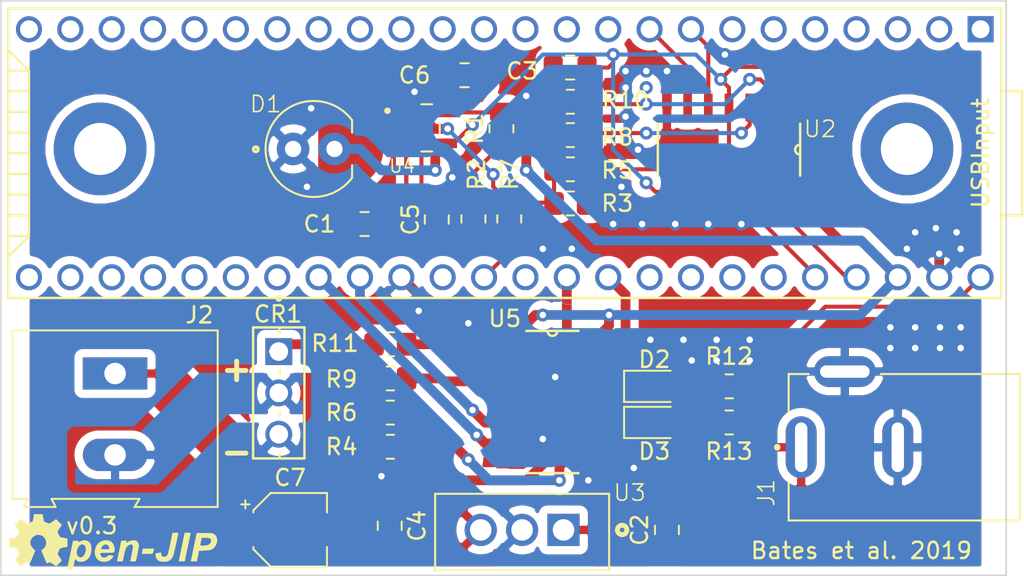
<source format=kicad_pcb>
(kicad_pcb (version 20171130) (host pcbnew "(5.1.8-0-10_14)")
  (layers (0 F.Cu signal) (31 B.Cu signal) (34 B.Paste user) (35 F.Paste user) (36 B.SilkS user) (37 F.SilkS user) (38 B.Mask user) (39 F.Mask user) (44 Edge.Cuts user))
  (net 0 "")
  (net 1 "Net-(C1-Pad2)")
  (net 2 GNDA)
  (net 3 GND)
  (net 4 /Out)
  (net 5 /-IN)
  (net 6 "Net-(C4-Pad2)")
  (net 7 +3V3)
  (net 8 "Net-(C7-Pad2)")
  (net 9 /TrigOut)
  (net 10 "Net-(D2-Pad2)")
  (net 11 "Net-(R3-Pad2)")
  (net 12 "Net-(R4-Pad2)")
  (net 13 "Net-(R5-Pad2)")
  (net 14 "Net-(R6-Pad2)")
  (net 15 FluoroRead)
  (net 16 "Net-(R8-Pad2)")
  (net 17 "Net-(R9-Pad2)")
  (net 18 "Net-(R10-Pad2)")
  (net 19 "Net-(R11-Pad2)")
  (net 20 +5V)
  (net 21 ActinicGain2)
  (net 22 ActinicGain3)
  (net 23 ActinicGain4)
  (net 24 ActinicGain1)
  (net 25 FluoroGain1)
  (net 26 FluoroGain4)
  (net 27 FluoroGain3)
  (net 28 FluoroGain2)
  (net 29 "Net-(U5-Pad17)")
  (net 30 "Net-(U5-Pad18)")
  (net 31 "Net-(U5-Pad19)")
  (net 32 "Net-(U5-Pad20)")
  (net 33 "Net-(U5-Pad16)")
  (net 34 "Net-(U5-Pad15)")
  (net 35 "Net-(U5-Pad14)")
  (net 36 "Net-(U5-Pad21)")
  (net 37 "Net-(U5-Pad22)")
  (net 38 "Net-(U5-Pad23)")
  (net 39 "Net-(U5-Pad24)")
  (net 40 "Net-(U5-Pad30)")
  (net 41 "Net-(U5-Pad31)")
  (net 42 "Net-(U5-Pad36)")
  (net 43 "Net-(U5-Pad13)")
  (net 44 "Net-(U5-Pad12)")
  (net 45 "Net-(U5-Pad11)")
  (net 46 "Net-(U5-Pad6)")
  (net 47 "Net-(U5-Pad5)")
  (net 48 "Net-(U5-Pad4)")
  (net 49 "Net-(U5-Pad3)")
  (net 50 "Net-(U5-Pad2)")
  (net 51 "Net-(U5-Pad1)")
  (net 52 "Net-(U5-Pad40)")
  (net 53 "Net-(U5-Pad42)")
  (net 54 "Net-(U5-Pad45)")
  (net 55 "Net-(U5-Pad46)")
  (net 56 "Net-(U5-Pad47)")
  (net 57 "Net-(U5-Pad48)")
  (net 58 +15V)
  (net 59 "Net-(D3-Pad2)")
  (net 60 "Net-(U5-Pad10)")
  (net 61 "Net-(U5-Pad7)")
  (net 62 "Net-(U5-Pad32)")
  (net 63 "Net-(U5-Pad35)")
  (net 64 "Net-(U5-Pad33)")
  (net 65 "Net-(U5-Pad34)")
  (module Silkscreen_Images:Open-JIP_Logo (layer F.Cu) (at 136.144 106.172)
    (fp_text reference G*** hide)
    (fp_text value LOGO hide)
  )
  (module MountingHole:MountingHole_3.2mm_M3_ISO7380_Pad (layer F.Cu) (at 184.912 82)
    (fp_text reference REF** hide)
    (fp_text value MountingHole_3.2mm_M3_ISO7380_Pad hide)
    (pad 1 thru_hole circle (at 0 0) (size 5.7 5.7) (drill 3.2) (layers *.Cu *.Mask))
  )
  (module Teensy:Teensy35_36 (layer F.Cu) (at 160.225001 82.265001 180)
    (fp_text reference U5 (at 0 -10.16) (layer F.SilkS))
    (fp_text value Teensy3.6)
    (fp_text user USBInput (at -29.21 0 90) (layer F.SilkS))
    (pad 17 thru_hole circle (at 11.43 7.62 180) (size 1.6 1.6) (drill 1.1) (layers *.Cu *.Mask) (net 29 "Net-(U5-Pad17)"))
    (pad 18 thru_hole circle (at 13.97 7.62 180) (size 1.6 1.6) (drill 1.1) (layers *.Cu *.Mask) (net 30 "Net-(U5-Pad18)"))
    (pad 19 thru_hole circle (at 16.51 7.62 180) (size 1.6 1.6) (drill 1.1) (layers *.Cu *.Mask) (net 31 "Net-(U5-Pad19)"))
    (pad 20 thru_hole circle (at 19.05 7.62 180) (size 1.6 1.6) (drill 1.1) (layers *.Cu *.Mask) (net 32 "Net-(U5-Pad20)"))
    (pad 16 thru_hole circle (at 8.89 7.62 180) (size 1.6 1.6) (drill 1.1) (layers *.Cu *.Mask) (net 33 "Net-(U5-Pad16)"))
    (pad 15 thru_hole circle (at 6.35 7.62 180) (size 1.6 1.6) (drill 1.1) (layers *.Cu *.Mask) (net 34 "Net-(U5-Pad15)"))
    (pad 14 thru_hole circle (at 3.81 7.62 180) (size 1.6 1.6) (drill 1.1) (layers *.Cu *.Mask) (net 35 "Net-(U5-Pad14)"))
    (pad 21 thru_hole circle (at 21.59 7.62 180) (size 1.6 1.6) (drill 1.1) (layers *.Cu *.Mask) (net 36 "Net-(U5-Pad21)"))
    (pad 22 thru_hole circle (at 24.13 7.62 180) (size 1.6 1.6) (drill 1.1) (layers *.Cu *.Mask) (net 37 "Net-(U5-Pad22)"))
    (pad 23 thru_hole circle (at 26.67 7.62 180) (size 1.6 1.6) (drill 1.1) (layers *.Cu *.Mask) (net 38 "Net-(U5-Pad23)"))
    (pad 24 thru_hole circle (at 29.21 7.62 180) (size 1.6 1.6) (drill 1.1) (layers *.Cu *.Mask) (net 39 "Net-(U5-Pad24)"))
    (pad 30 thru_hole circle (at 29.21 -7.62 180) (size 1.6 1.6) (drill 1.1) (layers *.Cu *.Mask) (net 40 "Net-(U5-Pad30)"))
    (pad 31 thru_hole circle (at 26.67 -7.62 180) (size 1.6 1.6) (drill 1.1) (layers *.Cu *.Mask) (net 41 "Net-(U5-Pad31)"))
    (pad 32 thru_hole circle (at 24.13 -7.62 180) (size 1.6 1.6) (drill 1.1) (layers *.Cu *.Mask) (net 62 "Net-(U5-Pad32)"))
    (pad 33 thru_hole circle (at 21.59 -7.62 180) (size 1.6 1.6) (drill 1.1) (layers *.Cu *.Mask) (net 64 "Net-(U5-Pad33)"))
    (pad 34 thru_hole circle (at 19.05 -7.62 180) (size 1.6 1.6) (drill 1.1) (layers *.Cu *.Mask) (net 65 "Net-(U5-Pad34)"))
    (pad 35 thru_hole circle (at 16.51 -7.62 180) (size 1.6 1.6) (drill 1.1) (layers *.Cu *.Mask) (net 63 "Net-(U5-Pad35)"))
    (pad 36 thru_hole circle (at 13.97 -7.62 180) (size 1.6 1.6) (drill 1.1) (layers *.Cu *.Mask) (net 42 "Net-(U5-Pad36)"))
    (pad 37 thru_hole circle (at 11.43 -7.62 180) (size 1.6 1.6) (drill 1.1) (layers *.Cu *.Mask) (net 22 ActinicGain3))
    (pad 13 thru_hole circle (at 1.27 7.62 180) (size 1.6 1.6) (drill 1.1) (layers *.Cu *.Mask) (net 43 "Net-(U5-Pad13)"))
    (pad 12 thru_hole circle (at -1.27 7.62 180) (size 1.6 1.6) (drill 1.1) (layers *.Cu *.Mask) (net 44 "Net-(U5-Pad12)"))
    (pad 11 thru_hole circle (at -3.81 7.62 180) (size 1.6 1.6) (drill 1.1) (layers *.Cu *.Mask) (net 45 "Net-(U5-Pad11)"))
    (pad 10 thru_hole circle (at -6.35 7.62 180) (size 1.6 1.6) (drill 1.1) (layers *.Cu *.Mask) (net 60 "Net-(U5-Pad10)"))
    (pad 9 thru_hole circle (at -8.89 7.62 180) (size 1.6 1.6) (drill 1.1) (layers *.Cu *.Mask) (net 27 FluoroGain3))
    (pad 8 thru_hole circle (at -11.43 7.62 180) (size 1.6 1.6) (drill 1.1) (layers *.Cu *.Mask) (net 28 FluoroGain2))
    (pad 7 thru_hole circle (at -13.97 7.62 180) (size 1.6 1.6) (drill 1.1) (layers *.Cu *.Mask) (net 61 "Net-(U5-Pad7)"))
    (pad 6 thru_hole circle (at -16.51 7.62 180) (size 1.6 1.6) (drill 1.1) (layers *.Cu *.Mask) (net 46 "Net-(U5-Pad6)"))
    (pad 5 thru_hole circle (at -19.05 7.62 180) (size 1.6 1.6) (drill 1.1) (layers *.Cu *.Mask) (net 47 "Net-(U5-Pad5)"))
    (pad 4 thru_hole circle (at -21.59 7.62 180) (size 1.6 1.6) (drill 1.1) (layers *.Cu *.Mask) (net 48 "Net-(U5-Pad4)"))
    (pad 3 thru_hole circle (at -24.13 7.62 180) (size 1.6 1.6) (drill 1.1) (layers *.Cu *.Mask) (net 49 "Net-(U5-Pad3)"))
    (pad 2 thru_hole circle (at -26.67 7.62 180) (size 1.6 1.6) (drill 1.1) (layers *.Cu *.Mask) (net 50 "Net-(U5-Pad2)"))
    (pad 1 thru_hole rect (at -29.21 7.62 180) (size 1.6 1.6) (drill 1.1) (layers *.Cu *.Mask) (net 51 "Net-(U5-Pad1)"))
    (pad 38 thru_hole circle (at 8.89 -7.62 180) (size 1.6 1.6) (drill 1.1) (layers *.Cu *.Mask) (net 21 ActinicGain2))
    (pad 39 thru_hole circle (at 6.35 -7.62 180) (size 1.6 1.6) (drill 1.1) (layers *.Cu *.Mask) (net 3 GND))
    (pad 40 thru_hole circle (at 3.81 -7.62 180) (size 1.6 1.6) (drill 1.1) (layers *.Cu *.Mask) (net 52 "Net-(U5-Pad40)"))
    (pad 41 thru_hole circle (at 1.27 -7.62 180) (size 1.6 1.6) (drill 1.1) (layers *.Cu *.Mask) (net 15 FluoroRead))
    (pad 42 thru_hole circle (at -1.27 -7.62 180) (size 1.6 1.6) (drill 1.1) (layers *.Cu *.Mask) (net 53 "Net-(U5-Pad42)"))
    (pad 43 thru_hole circle (at -3.81 -7.62 180) (size 1.6 1.6) (drill 1.1) (layers *.Cu *.Mask) (net 24 ActinicGain1))
    (pad 44 thru_hole circle (at -6.35 -7.62 180) (size 1.6 1.6) (drill 1.1) (layers *.Cu *.Mask) (net 23 ActinicGain4))
    (pad 45 thru_hole circle (at -8.89 -7.62 180) (size 1.6 1.6) (drill 1.1) (layers *.Cu *.Mask) (net 54 "Net-(U5-Pad45)"))
    (pad 46 thru_hole circle (at -11.43 -7.62 180) (size 1.6 1.6) (drill 1.1) (layers *.Cu *.Mask) (net 55 "Net-(U5-Pad46)"))
    (pad 47 thru_hole circle (at -13.97 -7.62 180) (size 1.6 1.6) (drill 1.1) (layers *.Cu *.Mask) (net 56 "Net-(U5-Pad47)"))
    (pad 48 thru_hole circle (at -16.51 -7.62 180) (size 1.6 1.6) (drill 1.1) (layers *.Cu *.Mask) (net 57 "Net-(U5-Pad48)"))
    (pad 49 thru_hole circle (at -19.05 -7.62 180) (size 1.6 1.6) (drill 1.1) (layers *.Cu *.Mask) (net 26 FluoroGain4))
    (pad 50 thru_hole circle (at -21.59 -7.62 180) (size 1.6 1.6) (drill 1.1) (layers *.Cu *.Mask) (net 25 FluoroGain1))
    (pad 51 thru_hole circle (at -24.13 -7.62 180) (size 1.6 1.6) (drill 1.1) (layers *.Cu *.Mask) (net 7 +3V3))
    (pad 52 thru_hole circle (at -26.67 -7.62 180) (size 1.6 1.6) (drill 1.1) (layers *.Cu *.Mask) (net 2 GNDA))
    (pad 53 thru_hole circle (at -29.21 -7.62 180) (size 1.6 1.6) (drill 1.1) (layers *.Cu *.Mask) (net 20 +5V))
  )
  (module MountingHole:MountingHole_3.2mm_M3_ISO7380_Pad (layer F.Cu) (at 135.382 82)
    (fp_text reference REF** hide)
    (fp_text value MountingHole_3.2mm_M3_ISO7380_Pad hide)
    (pad 1 thru_hole circle (at 0 0) (size 5.7 5.7) (drill 3.2) (layers *.Cu *.Mask))
  )
  (module Additional-parts:DCJack_MPD_EJ503A (layer F.Cu) (at 181.102 100.33 90)
    (fp_text reference J1 (at -2.794 -4.826 90) (layer F.SilkS) (effects (font (thickness 0.1))))
    (fp_text value EJ503A)
    (pad 1 thru_hole oval (at 0 -2.68 90) (size 3.8 1.9) (drill oval 3.05 0.76) (layers *.Cu *.Mask) (net 58 +15V))
    (pad 2 thru_hole oval (at 0 3.25 90) (size 3.8 1.9) (drill oval 3.05 0.76) (layers *.Cu *.Mask) (net 3 GND))
    (pad 3 thru_hole oval (at 4.65 0 90) (size 1.9 3.8) (drill oval 0.76 3.05) (layers *.Cu *.Mask) (net 3 GND))
  )
  (module Resistor_SMD:R_0805_2012Metric_Pad1.20x1.40mm_HandSolder (layer F.Cu) (at 174.006 98.806 180)
    (fp_text reference R13 (at 0.016 -1.778) (layer F.SilkS))
    (fp_text value 15K)
    (pad 2 smd roundrect (at 1 0 180) (size 1.2 1.4) (layers F.Cu F.Paste F.Mask) (roundrect_rratio 0.2083325) (net 59 "Net-(D3-Pad2)"))
    (pad 1 smd roundrect (at -1 0 180) (size 1.2 1.4) (layers F.Cu F.Paste F.Mask) (roundrect_rratio 0.2083325) (net 58 +15V))
  )
  (module LED_SMD:LED_0805_2012Metric_Pad1.15x1.40mm_HandSolder (layer F.Cu) (at 169.409 98.806)
    (fp_text reference D3 (at 0 1.778) (layer F.SilkS))
    (fp_text value LED)
    (pad 2 smd roundrect (at 1.025 0) (size 1.15 1.4) (layers F.Cu F.Paste F.Mask) (roundrect_rratio 0.2173904347826087) (net 59 "Net-(D3-Pad2)"))
    (pad 1 smd roundrect (at -1.025 0) (size 1.15 1.4) (layers F.Cu F.Paste F.Mask) (roundrect_rratio 0.2173904347826087) (net 3 GND))
  )
  (module Capacitor_SMD:C_0805_2012Metric_Pad1.18x1.45mm_HandSolder (layer F.Cu) (at 151.6165 86.614)
    (fp_text reference C1 (at -2.7725 0) (layer F.SilkS))
    (fp_text value 100nF)
    (pad 2 smd roundrect (at 1.0375 0) (size 1.175 1.45) (layers F.Cu F.Paste F.Mask) (roundrect_rratio 0.2127659574468085) (net 1 "Net-(C1-Pad2)"))
    (pad 1 smd roundrect (at -1.0375 0) (size 1.175 1.45) (layers F.Cu F.Paste F.Mask) (roundrect_rratio 0.2127659574468085) (net 2 GNDA))
  )
  (module Capacitor_SMD:C_0805_2012Metric_Pad1.18x1.45mm_HandSolder (layer F.Cu) (at 170.18 105.41 90)
    (fp_text reference C2 (at 0 -1.68 90) (layer F.SilkS))
    (fp_text value 330nF)
    (pad 1 smd roundrect (at -1.0375 0 90) (size 1.175 1.45) (layers F.Cu F.Paste F.Mask) (roundrect_rratio 0.2127659574468085) (net 3 GND))
    (pad 2 smd roundrect (at 1.0375 0 90) (size 1.175 1.45) (layers F.Cu F.Paste F.Mask) (roundrect_rratio 0.2127659574468085) (net 58 +15V))
  )
  (module Capacitor_SMD:C_0805_2012Metric_Pad1.18x1.45mm_HandSolder (layer F.Cu) (at 164.2375 77)
    (fp_text reference C3 (at -2.9475 0.216) (layer F.SilkS))
    (fp_text value 1pF)
    (pad 1 smd roundrect (at -1.0375 0) (size 1.175 1.45) (layers F.Cu F.Paste F.Mask) (roundrect_rratio 0.2127659574468085) (net 4 /Out))
    (pad 2 smd roundrect (at 1.0375 0) (size 1.175 1.45) (layers F.Cu F.Paste F.Mask) (roundrect_rratio 0.2127659574468085) (net 5 /-IN))
  )
  (module Capacitor_SMD:C_0805_2012Metric_Pad1.18x1.45mm_HandSolder (layer F.Cu) (at 153.162 105.156 270)
    (fp_text reference C4 (at 0 -1.68 90) (layer F.SilkS))
    (fp_text value 100nF)
    (pad 2 smd roundrect (at 1.0375 0 270) (size 1.175 1.45) (layers F.Cu F.Paste F.Mask) (roundrect_rratio 0.2127659574468085) (net 6 "Net-(C4-Pad2)"))
    (pad 1 smd roundrect (at -1.0375 0 270) (size 1.175 1.45) (layers F.Cu F.Paste F.Mask) (roundrect_rratio 0.2127659574468085) (net 3 GND))
  )
  (module Capacitor_SMD:C_0805_2012Metric_Pad1.18x1.45mm_HandSolder (layer F.Cu) (at 156.05 86.3375 90)
    (fp_text reference C5 (at 0 -1.618 90) (layer F.SilkS))
    (fp_text value 100nF)
    (pad 2 smd roundrect (at 1.0375 0 90) (size 1.175 1.45) (layers F.Cu F.Paste F.Mask) (roundrect_rratio 0.2127659574468085) (net 2 GNDA))
    (pad 1 smd roundrect (at -1.0375 0 90) (size 1.175 1.45) (layers F.Cu F.Paste F.Mask) (roundrect_rratio 0.2127659574468085) (net 2 GNDA))
  )
  (module Capacitor_SMD:C_0805_2012Metric_Pad1.18x1.45mm_HandSolder (layer F.Cu) (at 157.7555 77.47 180)
    (fp_text reference C6 (at 3.0695 0) (layer F.SilkS))
    (fp_text value 100nF)
    (pad 1 smd roundrect (at -1.0375 0 180) (size 1.175 1.45) (layers F.Cu F.Paste F.Mask) (roundrect_rratio 0.2127659574468085) (net 2 GNDA))
    (pad 2 smd roundrect (at 1.0375 0 180) (size 1.175 1.45) (layers F.Cu F.Paste F.Mask) (roundrect_rratio 0.2127659574468085) (net 7 +3V3))
  )
  (module Capacitor_SMD:CP_Elec_4x5.4 (layer F.Cu) (at 147.05 105.4)
    (fp_text reference C7 (at 0 -3.2) (layer F.SilkS))
    (fp_text value 1uF)
    (pad 1 smd roundrect (at -1.8 0) (size 2.6 1.6) (layers F.Cu F.Paste F.Mask) (roundrect_rratio 0.15625) (net 6 "Net-(C4-Pad2)"))
    (pad 2 smd roundrect (at 1.8 0) (size 2.6 1.6) (layers F.Cu F.Paste F.Mask) (roundrect_rratio 0.15625) (net 8 "Net-(C7-Pad2)"))
  )
  (module Additional-parts:BD681 (layer F.Cu) (at 146.35 94.45 270)
    (fp_text reference CR1 (at -2.3 0.05) (layer F.SilkS))
    (fp_text value BD681 hide)
    (fp_text user * (at 0 0 90) (layer F.SilkS))
    (pad 1 thru_hole rect (at 0 0 270) (size 1.651 1.651) (drill 1.143) (layers *.Cu *.Mask) (net 9 /TrigOut))
    (pad 2 thru_hole circle (at 2.54 0 270) (size 1.651 1.651) (drill 1.143) (layers *.Cu *.Mask) (net 8 "Net-(C7-Pad2)"))
    (pad 3 thru_hole circle (at 5.08 0 270) (size 1.651 1.651) (drill 1.143) (layers *.Cu *.Mask) (net 3 GND))
  )
  (module Additional-parts:SFH_213_FA (layer F.Cu) (at 148.5 82)
    (fp_text reference D1 (at -2.958 -2.752) (layer F.SilkS) (effects (font (thickness 0.1))))
    (fp_text value SFH_213_FA)
    (fp_poly (pts (xy 0.27 -0.06) (xy 0.27 -1.79) (xy 0.325072 -1.838669) (xy 0.369937 -1.876115) (xy 0.415724 -1.912427) (xy 0.462405 -1.947583) (xy 0.509951 -1.981559) (xy 0.558332 -2.014336) (xy 0.607517 -2.045893) (xy 0.657477 -2.076209) (xy 0.708179 -2.105266) (xy 0.759592 -2.133046) (xy 0.811684 -2.159531) (xy 0.864422 -2.184704) (xy 0.917774 -2.208551) (xy 0.971705 -2.231055) (xy 1.026182 -2.252204) (xy 1.081171 -2.271983) (xy 1.136638 -2.290381) (xy 1.192548 -2.307385) (xy 1.248865 -2.322986) (xy 1.305555 -2.337173) (xy 1.362582 -2.349937) (xy 1.419911 -2.361271) (xy 1.477505 -2.371168) (xy 1.535329 -2.37962) (xy 1.593346 -2.386624) (xy 1.65152 -2.392174) (xy 1.709815 -2.396268) (xy 1.768193 -2.398902) (xy 1.82662 -2.400075) (xy 1.87 -2.4) (xy 1.895 -2.4) (xy 2.027992 -2.394465) (xy 2.152129 -2.382621) (xy 2.275487 -2.364368) (xy 2.397735 -2.339756) (xy 2.518545 -2.308849) (xy 2.637594 -2.271732) (xy 2.754563 -2.228503) (xy 2.869137 -2.179278) (xy 2.98101 -2.124189) (xy 3.089882 -2.063384) (xy 3.195461 -1.997026) (xy 3.297464 -1.925292) (xy 3.395618 -1.848376) (xy 3.48966 -1.766483) (xy 3.579337 -1.679832) (xy 3.66441 -1.588656) (xy 3.744649 -1.493199) (xy 3.819841 -1.393718) (xy 3.889783 -1.290478) (xy 3.954289 -1.183757) (xy 4.013184 -1.073841) (xy 4.066312 -0.961023) (xy 4.11353 -0.845607) (xy 4.154711 -0.727902) (xy 4.189746 -0.608224) (xy 4.218539 -0.486892) (xy 4.241014 -0.364233) (xy 4.257111 -0.240576) (xy 4.266787 -0.11625) (xy 4.27 0) (xy 4.266787 0.11625) (xy 4.257111 0.240576) (xy 4.241014 0.364233) (xy 4.218539 0.486892) (xy 4.189746 0.608224) (xy 4.154711 0.727902) (xy 4.11353 0.845607) (xy 4.066312 0.961023) (xy 4.013184 1.073841) (xy 3.954289 1.183757) (xy 3.889783 1.290478) (xy 3.819841 1.393718) (xy 3.744649 1.493199) (xy 3.66441 1.588656) (xy 3.579337 1.679832) (xy 3.48966 1.766483) (xy 3.395618 1.848376) (xy 3.297464 1.925292) (xy 3.195461 1.997026) (xy 3.089882 2.063384) (xy 2.98101 2.124189) (xy 2.869137 2.179278) (xy 2.754563 2.228503) (xy 2.637594 2.271732) (xy 2.518545 2.308849) (xy 2.397735 2.339756) (xy 2.275487 2.364368) (xy 2.152129 2.382621) (xy 2.027992 2.394465) (xy 1.895 2.4) (xy 1.795 2.4) (xy 1.87 2.4) (xy 1.82662 2.400075) (xy 1.768193 2.398902) (xy 1.709815 2.396268) (xy 1.65152 2.392174) (xy 1.593346 2.386624) (xy 1.535329 2.37962) (xy 1.477505 2.371168) (xy 1.419911 2.361271) (xy 1.362582 2.349937) (xy 1.305555 2.337173) (xy 1.248865 2.322986) (xy 1.192548 2.307385) (xy 1.136638 2.290381) (xy 1.081171 2.271983) (xy 1.026182 2.252204) (xy 0.971705 2.231055) (xy 0.917774 2.208551) (xy 0.864422 2.184704) (xy 0.811684 2.159531) (xy 0.759592 2.133046) (xy 0.708179 2.105266) (xy 0.657477 2.076209) (xy 0.607517 2.045893) (xy 0.558332 2.014336) (xy 0.509951 1.981559) (xy 0.462405 1.947583) (xy 0.415724 1.912427) (xy 0.369937 1.876115) (xy 0.325072 1.838669) (xy 0.27 1.79) (xy 0.27 -0.06)) (layer F.Cu) (width 0.001))
    (pad 1 thru_hole circle (at -1.27 0) (size 2 2) (drill 1) (layers *.Cu) (net 2 GNDA))
    (pad 2 thru_hole circle (at 1.27 0) (size 2 2) (drill 1) (layers *.Cu) (net 5 /-IN))
  )
  (module LED_SMD:LED_0805_2012Metric_Pad1.15x1.40mm_HandSolder (layer F.Cu) (at 169.409 96.586)
    (fp_text reference D2 (at 0 -1.65) (layer F.SilkS))
    (fp_text value LED)
    (pad 1 smd roundrect (at -1.025 0) (size 1.15 1.4) (layers F.Cu F.Paste F.Mask) (roundrect_rratio 0.2173904347826087) (net 3 GND))
    (pad 2 smd roundrect (at 1.025 0) (size 1.15 1.4) (layers F.Cu F.Paste F.Mask) (roundrect_rratio 0.2173904347826087) (net 10 "Net-(D2-Pad2)"))
  )
  (module TerminalBlock:TerminalBlock_Altech_AK300-2_P5.00mm (layer F.Cu) (at 136.3 95.8 270)
    (fp_text reference J2 (at -3.598 -5.178) (layer F.SilkS))
    (fp_text value Screw_Terminal_01x02 hide)
    (pad 1 thru_hole rect (at 0 0 270) (size 1.98 3.96) (drill 1.32) (layers *.Cu *.Mask) (net 6 "Net-(C4-Pad2)"))
    (pad 2 thru_hole oval (at 5 0 270) (size 1.98 3.96) (drill 1.32) (layers *.Cu *.Mask) (net 8 "Net-(C7-Pad2)"))
  )
  (module Resistor_SMD:R_0805_2012Metric_Pad1.20x1.40mm_HandSolder (layer F.Cu) (at 160.02 80.756 90)
    (fp_text reference R1 (at 0 -1.65 90) (layer F.SilkS))
    (fp_text value 20K)
    (pad 1 smd roundrect (at -1 0 90) (size 1.2 1.4) (layers F.Cu F.Paste F.Mask) (roundrect_rratio 0.2083325) (net 1 "Net-(C1-Pad2)"))
    (pad 2 smd roundrect (at 1 0 90) (size 1.2 1.4) (layers F.Cu F.Paste F.Mask) (roundrect_rratio 0.2083325) (net 7 +3V3))
  )
  (module Resistor_SMD:R_0805_2012Metric_Pad1.20x1.40mm_HandSolder (layer F.Cu) (at 158.3 86.3 90)
    (fp_text reference R2 (at 2.734 0.196 90) (layer F.SilkS))
    (fp_text value 5)
    (pad 2 smd roundrect (at 1 0 90) (size 1.2 1.4) (layers F.Cu F.Paste F.Mask) (roundrect_rratio 0.2083325) (net 1 "Net-(C1-Pad2)"))
    (pad 1 smd roundrect (at -1 0 90) (size 1.2 1.4) (layers F.Cu F.Paste F.Mask) (roundrect_rratio 0.2083325) (net 2 GNDA))
  )
  (module Resistor_SMD:R_0805_2012Metric_Pad1.20x1.40mm_HandSolder (layer F.Cu) (at 164.25 85.35)
    (fp_text reference R3 (at 2.882 -0.006) (layer F.SilkS))
    (fp_text value 3.9M)
    (pad 1 smd roundrect (at -1 0) (size 1.2 1.4) (layers F.Cu F.Paste F.Mask) (roundrect_rratio 0.2083325) (net 4 /Out))
    (pad 2 smd roundrect (at 1 0) (size 1.2 1.4) (layers F.Cu F.Paste F.Mask) (roundrect_rratio 0.2083325) (net 11 "Net-(R3-Pad2)"))
  )
  (module Resistor_SMD:R_0805_2012Metric_Pad1.20x1.40mm_HandSolder (layer F.Cu) (at 153.2 100.3)
    (fp_text reference R4 (at -3 0) (layer F.SilkS))
    (fp_text value 8.2K)
    (pad 2 smd roundrect (at 1 0) (size 1.2 1.4) (layers F.Cu F.Paste F.Mask) (roundrect_rratio 0.2083325) (net 12 "Net-(R4-Pad2)"))
    (pad 1 smd roundrect (at -1 0) (size 1.2 1.4) (layers F.Cu F.Paste F.Mask) (roundrect_rratio 0.2083325) (net 9 /TrigOut))
  )
  (module Resistor_SMD:R_0805_2012Metric_Pad1.20x1.40mm_HandSolder (layer F.Cu) (at 164.25 83.25)
    (fp_text reference R5 (at 2.882 0.062) (layer F.SilkS))
    (fp_text value 3.3M)
    (pad 2 smd roundrect (at 1 0) (size 1.2 1.4) (layers F.Cu F.Paste F.Mask) (roundrect_rratio 0.2083325) (net 13 "Net-(R5-Pad2)"))
    (pad 1 smd roundrect (at -1 0) (size 1.2 1.4) (layers F.Cu F.Paste F.Mask) (roundrect_rratio 0.2083325) (net 4 /Out))
  )
  (module Resistor_SMD:R_0805_2012Metric_Pad1.20x1.40mm_HandSolder (layer F.Cu) (at 153.2 98.2)
    (fp_text reference R6 (at -3 0) (layer F.SilkS))
    (fp_text value 6.8K)
    (pad 1 smd roundrect (at -1 0) (size 1.2 1.4) (layers F.Cu F.Paste F.Mask) (roundrect_rratio 0.2083325) (net 9 /TrigOut))
    (pad 2 smd roundrect (at 1 0) (size 1.2 1.4) (layers F.Cu F.Paste F.Mask) (roundrect_rratio 0.2083325) (net 14 "Net-(R6-Pad2)"))
  )
  (module Resistor_SMD:R_0805_2012Metric_Pad1.20x1.40mm_HandSolder (layer F.Cu) (at 160.5 86.3 90)
    (fp_text reference R7 (at 2.734 0.028 90) (layer F.SilkS))
    (fp_text value 47)
    (pad 1 smd roundrect (at -1 0 90) (size 1.2 1.4) (layers F.Cu F.Paste F.Mask) (roundrect_rratio 0.2083325) (net 15 FluoroRead))
    (pad 2 smd roundrect (at 1 0 90) (size 1.2 1.4) (layers F.Cu F.Paste F.Mask) (roundrect_rratio 0.2083325) (net 4 /Out))
  )
  (module Resistor_SMD:R_0805_2012Metric_Pad1.20x1.40mm_HandSolder (layer F.Cu) (at 164.25 81.15)
    (fp_text reference R8 (at 2.882 0.13) (layer F.SilkS))
    (fp_text value 2.3M)
    (pad 1 smd roundrect (at -1 0) (size 1.2 1.4) (layers F.Cu F.Paste F.Mask) (roundrect_rratio 0.2083325) (net 4 /Out))
    (pad 2 smd roundrect (at 1 0) (size 1.2 1.4) (layers F.Cu F.Paste F.Mask) (roundrect_rratio 0.2083325) (net 16 "Net-(R8-Pad2)"))
  )
  (module Resistor_SMD:R_0805_2012Metric_Pad1.20x1.40mm_HandSolder (layer F.Cu) (at 153.2 96.1)
    (fp_text reference R9 (at -3 0.05) (layer F.SilkS))
    (fp_text value 5.1K)
    (pad 1 smd roundrect (at -1 0) (size 1.2 1.4) (layers F.Cu F.Paste F.Mask) (roundrect_rratio 0.2083325) (net 9 /TrigOut))
    (pad 2 smd roundrect (at 1 0) (size 1.2 1.4) (layers F.Cu F.Paste F.Mask) (roundrect_rratio 0.2083325) (net 17 "Net-(R9-Pad2)"))
  )
  (module Resistor_SMD:R_0805_2012Metric_Pad1.20x1.40mm_HandSolder (layer F.Cu) (at 164.25 79.1)
    (fp_text reference R10 (at 3.39 -0.106) (layer F.SilkS))
    (fp_text value 1M)
    (pad 2 smd roundrect (at 1 0) (size 1.2 1.4) (layers F.Cu F.Paste F.Mask) (roundrect_rratio 0.2083325) (net 18 "Net-(R10-Pad2)"))
    (pad 1 smd roundrect (at -1 0) (size 1.2 1.4) (layers F.Cu F.Paste F.Mask) (roundrect_rratio 0.2083325) (net 4 /Out))
  )
  (module Resistor_SMD:R_0805_2012Metric_Pad1.20x1.40mm_HandSolder (layer F.Cu) (at 153.2 94)
    (fp_text reference R11 (at -3.4 -0.05) (layer F.SilkS))
    (fp_text value 4.3K)
    (pad 2 smd roundrect (at 1 0) (size 1.2 1.4) (layers F.Cu F.Paste F.Mask) (roundrect_rratio 0.2083325) (net 19 "Net-(R11-Pad2)"))
    (pad 1 smd roundrect (at -1 0) (size 1.2 1.4) (layers F.Cu F.Paste F.Mask) (roundrect_rratio 0.2083325) (net 9 /TrigOut))
  )
  (module Resistor_SMD:R_0805_2012Metric_Pad1.20x1.40mm_HandSolder (layer F.Cu) (at 174.006 96.586 180)
    (fp_text reference R12 (at 0.016 1.844) (layer F.SilkS))
    (fp_text value 1K)
    (pad 2 smd roundrect (at 1 0 180) (size 1.2 1.4) (layers F.Cu F.Paste F.Mask) (roundrect_rratio 0.2083325) (net 10 "Net-(D2-Pad2)"))
    (pad 1 smd roundrect (at -1 0 180) (size 1.2 1.4) (layers F.Cu F.Paste F.Mask) (roundrect_rratio 0.2083325) (net 20 +5V))
  )
  (module Additional-parts:SOIC127P600X175-14N (layer F.Cu) (at 163.15 97.55)
    (fp_text reference U1 (at 1.754745 -6.764665) (layer F.SilkS) (effects (font (size 1.642008 1.642008) (thickness 0.015))))
    (fp_text value 74HC4066D,653 hide)
    (pad 1 smd rect (at -2.5908 -3.81) (size 1.7018 0.5334) (layers F.Cu F.Paste F.Mask) (net 7 +3V3))
    (pad 2 smd rect (at -2.5908 -2.54) (size 1.7018 0.5334) (layers F.Cu F.Paste F.Mask) (net 19 "Net-(R11-Pad2)"))
    (pad 3 smd rect (at -2.5908 -1.27) (size 1.7018 0.5334) (layers F.Cu F.Paste F.Mask) (net 17 "Net-(R9-Pad2)"))
    (pad 4 smd rect (at -2.5908 0) (size 1.7018 0.5334) (layers F.Cu F.Paste F.Mask) (net 7 +3V3))
    (pad 5 smd rect (at -2.5908 1.27) (size 1.7018 0.5334) (layers F.Cu F.Paste F.Mask) (net 21 ActinicGain2))
    (pad 6 smd rect (at -2.5908 2.54) (size 1.7018 0.5334) (layers F.Cu F.Paste F.Mask) (net 22 ActinicGain3))
    (pad 7 smd rect (at -2.5908 3.81) (size 1.7018 0.5334) (layers F.Cu F.Paste F.Mask) (net 3 GND))
    (pad 8 smd rect (at 2.5908 3.81) (size 1.7018 0.5334) (layers F.Cu F.Paste F.Mask) (net 7 +3V3))
    (pad 9 smd rect (at 2.5908 2.54) (size 1.7018 0.5334) (layers F.Cu F.Paste F.Mask) (net 14 "Net-(R6-Pad2)"))
    (pad 10 smd rect (at 2.5908 1.27) (size 1.7018 0.5334) (layers F.Cu F.Paste F.Mask) (net 12 "Net-(R4-Pad2)"))
    (pad 11 smd rect (at 2.5908 0) (size 1.7018 0.5334) (layers F.Cu F.Paste F.Mask) (net 7 +3V3))
    (pad 12 smd rect (at 2.5908 -1.27) (size 1.7018 0.5334) (layers F.Cu F.Paste F.Mask) (net 23 ActinicGain4))
    (pad 13 smd rect (at 2.5908 -2.54) (size 1.7018 0.5334) (layers F.Cu F.Paste F.Mask) (net 24 ActinicGain1))
    (pad 14 smd rect (at 2.5908 -3.81) (size 1.7018 0.5334) (layers F.Cu F.Paste F.Mask) (net 7 +3V3))
  )
  (module Additional-parts:SOIC127P600X175-14N (layer F.Cu) (at 173.99 82.042 270)
    (fp_text reference U2 (at -1.27 -5.588 180) (layer F.SilkS) (effects (font (thickness 0.1))))
    (fp_text value 74HC4066D,653 hide)
    (pad 14 smd rect (at 2.5908 -3.81 270) (size 1.7018 0.5334) (layers F.Cu F.Paste F.Mask) (net 7 +3V3))
    (pad 13 smd rect (at 2.5908 -2.54 270) (size 1.7018 0.5334) (layers F.Cu F.Paste F.Mask) (net 25 FluoroGain1))
    (pad 12 smd rect (at 2.5908 -1.27 270) (size 1.7018 0.5334) (layers F.Cu F.Paste F.Mask) (net 26 FluoroGain4))
    (pad 11 smd rect (at 2.5908 0 270) (size 1.7018 0.5334) (layers F.Cu F.Paste F.Mask) (net 5 /-IN))
    (pad 10 smd rect (at 2.5908 1.27 270) (size 1.7018 0.5334) (layers F.Cu F.Paste F.Mask) (net 11 "Net-(R3-Pad2)"))
    (pad 9 smd rect (at 2.5908 2.54 270) (size 1.7018 0.5334) (layers F.Cu F.Paste F.Mask) (net 13 "Net-(R5-Pad2)"))
    (pad 8 smd rect (at 2.5908 3.81 270) (size 1.7018 0.5334) (layers F.Cu F.Paste F.Mask) (net 5 /-IN))
    (pad 7 smd rect (at -2.5908 3.81 270) (size 1.7018 0.5334) (layers F.Cu F.Paste F.Mask) (net 2 GNDA))
    (pad 6 smd rect (at -2.5908 2.54 270) (size 1.7018 0.5334) (layers F.Cu F.Paste F.Mask) (net 27 FluoroGain3))
    (pad 5 smd rect (at -2.5908 1.27 270) (size 1.7018 0.5334) (layers F.Cu F.Paste F.Mask) (net 28 FluoroGain2))
    (pad 4 smd rect (at -2.5908 0 270) (size 1.7018 0.5334) (layers F.Cu F.Paste F.Mask) (net 5 /-IN))
    (pad 3 smd rect (at -2.5908 -1.27 270) (size 1.7018 0.5334) (layers F.Cu F.Paste F.Mask) (net 16 "Net-(R8-Pad2)"))
    (pad 2 smd rect (at -2.5908 -2.54 270) (size 1.7018 0.5334) (layers F.Cu F.Paste F.Mask) (net 18 "Net-(R10-Pad2)"))
    (pad 1 smd rect (at -2.5908 -3.81 270) (size 1.7018 0.5334) (layers F.Cu F.Paste F.Mask) (net 5 /-IN))
  )
  (module TO253P1067X470X2040-3 (layer F.Cu) (at 163.83 105.41 180)
    (fp_text reference U3 (at -4.064 2.286) (layer F.SilkS) (effects (font (size 1.000094 1.000094) (thickness 0.1))))
    (fp_text value KA7812ETU hide)
    (pad 1 thru_hole rect (at 0 0 180) (size 1.98 1.98) (drill 1.32) (layers *.Cu *.Mask) (net 58 +15V))
    (pad 2 thru_hole circle (at 2.54 0 180) (size 1.98 1.98) (drill 1.32) (layers *.Cu *.Mask) (net 3 GND))
    (pad 3 thru_hole circle (at 5.08 0 180) (size 1.98 1.98) (drill 1.32) (layers *.Cu *.Mask) (net 6 "Net-(C4-Pad2)"))
  )
  (module Additional-parts:SOT95P280X145-5N (layer F.Cu) (at 155.433 80.706)
    (fp_text reference U4 (at -1.509 2.352) (layer F.SilkS) (effects (font (size 0.8 0.8) (thickness 0.1))))
    (fp_text value OPA320AIDBVT)
    (pad 1 smd rect (at -1.255 -0.95) (size 1.21 0.59) (layers F.Cu F.Paste F.Mask) (net 4 /Out))
    (pad 2 smd rect (at -1.255 0) (size 1.21 0.59) (layers F.Cu F.Paste F.Mask) (net 2 GNDA))
    (pad 3 smd rect (at -1.255 0.95) (size 1.21 0.59) (layers F.Cu F.Paste F.Mask) (net 1 "Net-(C1-Pad2)"))
    (pad 4 smd rect (at 1.255 0.95) (size 1.21 0.59) (layers F.Cu F.Paste F.Mask) (net 5 /-IN))
    (pad 5 smd rect (at 1.255 -0.95) (size 1.21 0.59) (layers F.Cu F.Paste F.Mask) (net 7 +3V3))
  )
  (gr_text v0.3 (at 134.874 105.156) (layer F.SilkS) (effects (font (size 1 1))))
  (gr_text "Bates et al. 2019" (at 182.118 106.68) (layer F.SilkS) (effects (font (size 1 1))))
  (gr_text - (at 143.764 100.584) (layer F.SilkS) (effects (font (size 1.5 1.5) (thickness 0.3))))
  (gr_text + (at 143.764 95.504) (layer F.SilkS) (effects (font (size 1.5 1.5) (thickness 0.3))))
  (gr_line (start 191.008 72.898) (end 129.286 72.898) (layer Edge.Cuts) (width 0.1))
  (gr_line (start 191.008 108.204) (end 191.008 72.898) (layer Edge.Cuts) (width 0.1))
  (gr_line (start 129.286 108.204) (end 191.008 108.204) (layer Edge.Cuts) (width 0.1))
  (gr_line (start 129.286 72.898) (end 129.286 108.204) (layer Edge.Cuts) (width 0.1))
  (via (at 168.91 78.232) (size 0.8) (drill 0.4) (layers F.Cu B.Cu) (net 0))
  (segment (start 154.178 85.09) (end 152.654 86.614) (width 0.25) (layer F.Cu) (net 1))
  (segment (start 154.178 81.656) (end 154.178 85.09) (width 0.25) (layer F.Cu) (net 1))
  (segment (start 158.3 83.476) (end 160.02 81.756) (width 0.25) (layer F.Cu) (net 1))
  (segment (start 158.3 85.3) (end 158.3 83.476) (width 0.25) (layer F.Cu) (net 1))
  (segment (start 154.178 85.05369) (end 155.48431 86.36) (width 0.25) (layer F.Cu) (net 1))
  (segment (start 154.178 81.656) (end 154.178 85.05369) (width 0.25) (layer F.Cu) (net 1))
  (segment (start 157.24 86.36) (end 158.3 85.3) (width 0.25) (layer F.Cu) (net 1))
  (segment (start 155.48431 86.36) (end 157.24 86.36) (width 0.25) (layer F.Cu) (net 1))
  (via (at 170.18 77.216) (size 0.8) (drill 0.4) (layers F.Cu B.Cu) (net 2))
  (segment (start 170.18 79.4512) (end 170.18 77.216) (width 0.6) (layer F.Cu) (net 2))
  (segment (start 186.895001 89.885001) (end 186.895001 88.440999) (width 0.6) (layer F.Cu) (net 2))
  (segment (start 186.895001 88.440999) (end 186.895001 88.440999) (width 0.6) (layer F.Cu) (net 2))
  (via (at 186.895001 88.440999) (size 0.8) (drill 0.4) (layers F.Cu B.Cu) (net 2))
  (via (at 167.386 84.328) (size 0.8) (drill 0.4) (layers F.Cu B.Cu) (net 2))
  (via (at 166.878 86.614) (size 0.8) (drill 0.4) (layers F.Cu B.Cu) (net 2))
  (via (at 168.656 86.614) (size 0.8) (drill 0.4) (layers F.Cu B.Cu) (net 2))
  (via (at 170.688 86.614) (size 0.8) (drill 0.4) (layers F.Cu B.Cu) (net 2))
  (via (at 172.72 86.614) (size 0.8) (drill 0.4) (layers F.Cu B.Cu) (net 2))
  (via (at 174.752 86.614) (size 0.8) (drill 0.4) (layers F.Cu B.Cu) (net 2))
  (via (at 162.56 88.138) (size 0.8) (drill 0.4) (layers F.Cu B.Cu) (net 2))
  (via (at 164.338 88.138) (size 0.8) (drill 0.4) (layers F.Cu B.Cu) (net 2))
  (via (at 157 83.75) (size 0.8) (drill 0.4) (layers F.Cu B.Cu) (net 2))
  (via (at 148.082 84.328) (size 0.8) (drill 0.4) (layers F.Cu B.Cu) (net 2))
  (via (at 148.336 79.502) (size 0.8) (drill 0.4) (layers F.Cu B.Cu) (net 2))
  (via (at 154.686 78.486) (size 0.8) (drill 0.4) (layers F.Cu B.Cu) (net 2))
  (via (at 161.544 78.74) (size 0.8) (drill 0.4) (layers F.Cu B.Cu) (net 2))
  (via (at 167.64 77.216) (size 0.8) (drill 0.4) (layers F.Cu B.Cu) (net 2))
  (via (at 168.91 77.216) (size 0.8) (drill 0.4) (layers F.Cu B.Cu) (net 2))
  (via (at 167.64 78.232) (size 0.8) (drill 0.4) (layers F.Cu B.Cu) (net 2))
  (via (at 167.64 80.01) (size 0.8) (drill 0.4) (layers F.Cu B.Cu) (net 2))
  (via (at 168.402 82.042) (size 0.8) (drill 0.4) (layers F.Cu B.Cu) (net 2))
  (via (at 173.736 76.2) (size 0.8) (drill 0.4) (layers F.Cu B.Cu) (net 2))
  (via (at 184.912 88.138) (size 0.8) (drill 0.4) (layers F.Cu B.Cu) (net 2))
  (via (at 185.42 87.122) (size 0.8) (drill 0.4) (layers F.Cu B.Cu) (net 2))
  (via (at 186.69 86.868) (size 0.8) (drill 0.4) (layers F.Cu B.Cu) (net 2))
  (via (at 187.96 87.122) (size 0.8) (drill 0.4) (layers F.Cu B.Cu) (net 2))
  (via (at 188.214 88.138) (size 0.8) (drill 0.4) (layers F.Cu B.Cu) (net 2))
  (segment (start 155.108001 81.100999) (end 154.713002 80.706) (width 0.25) (layer F.Cu) (net 2))
  (segment (start 154.713002 80.706) (end 154.178 80.706) (width 0.25) (layer F.Cu) (net 2))
  (segment (start 155.108001 84.358001) (end 155.108001 81.100999) (width 0.25) (layer F.Cu) (net 2))
  (segment (start 156.05 85.3) (end 155.108001 84.358001) (width 0.25) (layer F.Cu) (net 2))
  (segment (start 156.05 84.7) (end 157 83.75) (width 0.25) (layer F.Cu) (net 2))
  (segment (start 156.05 85.3) (end 156.05 84.7) (width 0.25) (layer F.Cu) (net 2))
  (via (at 162.56 99.822) (size 0.8) (drill 0.4) (layers F.Cu B.Cu) (net 3))
  (segment (start 162.56 100.106802) (end 162.56 99.822) (width 0.6) (layer F.Cu) (net 3))
  (segment (start 161.306802 101.36) (end 162.56 100.106802) (width 0.6) (layer F.Cu) (net 3))
  (segment (start 160.5592 101.36) (end 161.306802 101.36) (width 0.6) (layer F.Cu) (net 3))
  (segment (start 153.875001 89.885001) (end 154.94 90.95) (width 0.6) (layer F.Cu) (net 3))
  (segment (start 154.94 90.95) (end 154.94 91.948) (width 0.6) (layer F.Cu) (net 3))
  (via (at 154.94 91.948) (size 0.8) (drill 0.4) (layers F.Cu B.Cu) (net 3))
  (via (at 168.148 101.6) (size 0.8) (drill 0.4) (layers F.Cu B.Cu) (net 3))
  (via (at 169.164 93.726) (size 0.8) (drill 0.4) (layers F.Cu B.Cu) (net 3))
  (via (at 171.196 93.726) (size 0.8) (drill 0.4) (layers F.Cu B.Cu) (net 3))
  (via (at 173.228 93.726) (size 0.8) (drill 0.4) (layers F.Cu B.Cu) (net 3))
  (via (at 175.26 93.726) (size 0.8) (drill 0.4) (layers F.Cu B.Cu) (net 3))
  (via (at 152.654 102.108) (size 0.8) (drill 0.4) (layers F.Cu B.Cu) (net 3))
  (via (at 157.988 92.71) (size 0.8) (drill 0.4) (layers F.Cu B.Cu) (net 3))
  (via (at 165.354 102.362) (size 0.8) (drill 0.4) (layers F.Cu B.Cu) (net 3))
  (via (at 171.704 94.996) (size 0.8) (drill 0.4) (layers F.Cu B.Cu) (net 3))
  (via (at 175.26 94.996) (size 0.8) (drill 0.4) (layers F.Cu B.Cu) (net 3))
  (via (at 173.228 94.996) (size 0.8) (drill 0.4) (layers F.Cu B.Cu) (net 3))
  (via (at 183.896 92.964) (size 0.8) (drill 0.4) (layers F.Cu B.Cu) (net 3))
  (via (at 185.42 92.964) (size 0.8) (drill 0.4) (layers F.Cu B.Cu) (net 3))
  (via (at 186.944 92.964) (size 0.8) (drill 0.4) (layers F.Cu B.Cu) (net 3))
  (via (at 188.214 92.964) (size 0.8) (drill 0.4) (layers F.Cu B.Cu) (net 3))
  (via (at 188.214 94.234) (size 0.8) (drill 0.4) (layers F.Cu B.Cu) (net 3))
  (via (at 186.944 94.234) (size 0.8) (drill 0.4) (layers F.Cu B.Cu) (net 3))
  (via (at 185.42 94.234) (size 0.8) (drill 0.4) (layers F.Cu B.Cu) (net 3))
  (via (at 183.896 94.234) (size 0.8) (drill 0.4) (layers F.Cu B.Cu) (net 3))
  (via (at 163.322 96.012) (size 0.8) (drill 0.4) (layers F.Cu B.Cu) (net 3))
  (via (at 159.512 83.566) (size 0.8) (drill 0.4) (layers F.Cu B.Cu) (net 4))
  (segment (start 156.718 80.772) (end 159.512 83.566) (width 0.25) (layer B.Cu) (net 4))
  (segment (start 159.512 84.312) (end 160.5 85.3) (width 0.25) (layer F.Cu) (net 4))
  (segment (start 159.512 83.566) (end 159.512 84.312) (width 0.25) (layer F.Cu) (net 4))
  (segment (start 163.2 85.3) (end 163.25 85.35) (width 0.25) (layer F.Cu) (net 4))
  (segment (start 160.5 85.3) (end 163.2 85.3) (width 0.25) (layer F.Cu) (net 4))
  (segment (start 163.25 77.05) (end 163.2 77) (width 0.25) (layer F.Cu) (net 4))
  (segment (start 163.25 85.35) (end 163.25 77.05) (width 0.25) (layer F.Cu) (net 4))
  (segment (start 154.887998 79.756) (end 155.903998 80.772) (width 0.6) (layer F.Cu) (net 4))
  (segment (start 154.178 79.756) (end 154.887998 79.756) (width 0.6) (layer F.Cu) (net 4))
  (via (at 156.71815 80.756505) (size 0.8) (drill 0.4) (layers F.Cu B.Cu) (net 4))
  (segment (start 156.702655 80.772) (end 156.71815 80.756505) (width 0.6) (layer F.Cu) (net 4))
  (segment (start 155.903998 80.772) (end 156.702655 80.772) (width 0.6) (layer F.Cu) (net 4))
  (segment (start 156.688 81.656) (end 156.378 81.656) (width 0.25) (layer F.Cu) (net 5))
  (segment (start 156.688 81.656) (end 157.104 81.656) (width 0.25) (layer F.Cu) (net 5))
  (via (at 158.242 80.518) (size 0.8) (drill 0.4) (layers F.Cu B.Cu) (net 5))
  (segment (start 157.104 81.656) (end 158.242 80.518) (width 0.25) (layer F.Cu) (net 5))
  (segment (start 158.242 80.518) (end 162.56 76.2) (width 0.25) (layer B.Cu) (net 5))
  (via (at 166.878 76.2) (size 0.8) (drill 0.4) (layers F.Cu B.Cu) (net 5))
  (segment (start 162.56 76.2) (end 166.878 76.2) (width 0.25) (layer B.Cu) (net 5))
  (segment (start 166.878 76.2) (end 166.878 76.708) (width 0.25) (layer F.Cu) (net 5))
  (segment (start 166.586 77) (end 165.275 77) (width 0.25) (layer F.Cu) (net 5))
  (segment (start 166.878 76.708) (end 166.586 77) (width 0.25) (layer F.Cu) (net 5))
  (segment (start 173.99 79.4512) (end 173.99 78.232) (width 0.25) (layer F.Cu) (net 5))
  (via (at 173.482 77.724) (size 0.8) (drill 0.4) (layers F.Cu B.Cu) (net 5))
  (segment (start 173.99 78.232) (end 173.482 77.724) (width 0.25) (layer F.Cu) (net 5))
  (segment (start 171.958 76.2) (end 166.878 76.2) (width 0.25) (layer B.Cu) (net 5))
  (segment (start 173.482 77.724) (end 171.958 76.2) (width 0.25) (layer B.Cu) (net 5))
  (segment (start 173.99 84.6328) (end 173.99 79.4512) (width 0.25) (layer F.Cu) (net 5))
  (segment (start 177.8 80.2386) (end 177.8 79.4512) (width 0.25) (layer F.Cu) (net 5))
  (segment (start 173.99 84.0486) (end 177.8 80.2386) (width 0.25) (layer F.Cu) (net 5))
  (segment (start 173.99 84.6328) (end 173.99 84.0486) (width 0.25) (layer F.Cu) (net 5))
  (segment (start 170.18 84.6328) (end 169.4688 84.6328) (width 0.25) (layer F.Cu) (net 5))
  (via (at 168.91 84.074) (size 0.8) (drill 0.4) (layers F.Cu B.Cu) (net 5))
  (segment (start 169.4688 84.6328) (end 168.91 84.074) (width 0.25) (layer F.Cu) (net 5))
  (segment (start 166.878 82.042) (end 166.878 76.2) (width 0.25) (layer B.Cu) (net 5))
  (segment (start 168.91 84.074) (end 166.878 82.042) (width 0.25) (layer B.Cu) (net 5))
  (segment (start 177.8 78.3503) (end 176.4117 76.962) (width 0.25) (layer F.Cu) (net 5))
  (segment (start 177.8 79.4512) (end 177.8 78.3503) (width 0.25) (layer F.Cu) (net 5))
  (segment (start 174.244 76.962) (end 173.482 77.724) (width 0.25) (layer F.Cu) (net 5))
  (segment (start 176.4117 76.962) (end 174.244 76.962) (width 0.25) (layer F.Cu) (net 5))
  (segment (start 149.77 82) (end 151.342 82) (width 0.6) (layer B.Cu) (net 5))
  (segment (start 151.342 82) (end 152.654 83.312) (width 0.6) (layer B.Cu) (net 5))
  (via (at 155.956 83.312) (size 0.8) (drill 0.4) (layers F.Cu B.Cu) (net 5))
  (segment (start 152.654 83.312) (end 155.956 83.312) (width 0.6) (layer B.Cu) (net 5))
  (segment (start 155.956 82.388) (end 156.688 81.656) (width 0.6) (layer F.Cu) (net 5))
  (segment (start 155.956 83.312) (end 155.956 82.388) (width 0.6) (layer F.Cu) (net 5))
  (segment (start 156.718 79.726) (end 156.688 79.756) (width 0.25) (layer F.Cu) (net 7))
  (segment (start 156.718 77.47) (end 156.718 79.726) (width 0.25) (layer F.Cu) (net 7))
  (segment (start 156.688 79.756) (end 160.02 79.756) (width 0.25) (layer F.Cu) (net 7))
  (segment (start 184.355001 89.885001) (end 182.1 87.63) (width 0.6) (layer F.Cu) (net 7))
  (segment (start 180.7972 87.63) (end 177.8 84.6328) (width 0.6) (layer F.Cu) (net 7))
  (segment (start 182.1 87.63) (end 180.7972 87.63) (width 0.6) (layer F.Cu) (net 7))
  (segment (start 160.02 79.756) (end 161.544 81.28) (width 0.6) (layer F.Cu) (net 7))
  (via (at 161.544 83.312) (size 0.8) (drill 0.4) (layers F.Cu B.Cu) (net 7))
  (segment (start 161.544 81.28) (end 161.544 83.312) (width 0.6) (layer F.Cu) (net 7))
  (segment (start 161.544 83.312) (end 165.862 87.63) (width 0.6) (layer B.Cu) (net 7))
  (segment (start 182.1 87.63) (end 184.355001 89.885001) (width 0.6) (layer B.Cu) (net 7))
  (segment (start 165.862 87.63) (end 182.1 87.63) (width 0.6) (layer B.Cu) (net 7))
  (segment (start 184.355001 89.885001) (end 182.038002 92.202) (width 0.6) (layer B.Cu) (net 7))
  (via (at 166.624 92.202) (size 0.8) (drill 0.4) (layers F.Cu B.Cu) (net 7))
  (segment (start 182.038002 92.202) (end 166.624 92.202) (width 0.6) (layer B.Cu) (net 7))
  (segment (start 166.624 92.8568) (end 165.7408 93.74) (width 0.6) (layer F.Cu) (net 7))
  (segment (start 166.624 92.202) (end 166.624 92.8568) (width 0.6) (layer F.Cu) (net 7))
  (segment (start 166.624 92.202) (end 162.56 92.202) (width 0.6) (layer B.Cu) (net 7))
  (via (at 162.56 92.202) (size 0.8) (drill 0.4) (layers F.Cu B.Cu) (net 7))
  (segment (start 162.0972 92.202) (end 160.5592 93.74) (width 0.6) (layer F.Cu) (net 7))
  (segment (start 162.56 92.202) (end 162.0972 92.202) (width 0.6) (layer F.Cu) (net 7))
  (segment (start 160.5592 97.55) (end 161.276 97.55) (width 0.6) (layer F.Cu) (net 7))
  (segment (start 161.306802 93.74) (end 160.5592 93.74) (width 0.6) (layer F.Cu) (net 7))
  (segment (start 161.910101 96.915899) (end 161.910101 94.343299) (width 0.6) (layer F.Cu) (net 7))
  (segment (start 161.910101 94.343299) (end 161.306802 93.74) (width 0.6) (layer F.Cu) (net 7))
  (segment (start 161.276 97.55) (end 161.910101 96.915899) (width 0.6) (layer F.Cu) (net 7))
  (segment (start 162.544202 97.55) (end 165.7408 97.55) (width 0.6) (layer F.Cu) (net 7))
  (segment (start 161.910101 96.915899) (end 162.544202 97.55) (width 0.6) (layer F.Cu) (net 7))
  (segment (start 165.7408 101.36) (end 167.118 101.36) (width 0.6) (layer F.Cu) (net 7))
  (segment (start 167.118 101.36) (end 167.30899 101.16901) (width 0.6) (layer F.Cu) (net 7))
  (segment (start 167.30899 97.66729) (end 167.1917 97.55) (width 0.6) (layer F.Cu) (net 7))
  (segment (start 167.1917 97.55) (end 165.7408 97.55) (width 0.6) (layer F.Cu) (net 7))
  (segment (start 167.30899 101.16901) (end 167.30899 97.66729) (width 0.6) (layer F.Cu) (net 7))
  (segment (start 152.2 100.3) (end 152.2 94) (width 0.6) (layer F.Cu) (net 9))
  (segment (start 146.8 94) (end 146.35 94.45) (width 0.6) (layer F.Cu) (net 9))
  (segment (start 152.2 94) (end 146.8 94) (width 0.6) (layer F.Cu) (net 9))
  (segment (start 170.434 96.586) (end 173.006 96.586) (width 0.25) (layer F.Cu) (net 10))
  (segment (start 172.72 85.7337) (end 172.72 84.6328) (width 0.25) (layer F.Cu) (net 11))
  (segment (start 172.644999 85.808701) (end 172.72 85.7337) (width 0.25) (layer F.Cu) (net 11))
  (segment (start 165.708701 85.808701) (end 172.644999 85.808701) (width 0.25) (layer F.Cu) (net 11))
  (segment (start 165.25 85.35) (end 165.708701 85.808701) (width 0.25) (layer F.Cu) (net 11))
  (segment (start 164.993198 98.82) (end 162.814 100.999198) (width 0.6) (layer F.Cu) (net 12))
  (segment (start 165.7408 98.82) (end 164.993198 98.82) (width 0.6) (layer F.Cu) (net 12))
  (segment (start 162.814 101.122802) (end 161.574802 102.362) (width 0.6) (layer F.Cu) (net 12))
  (segment (start 162.814 100.999198) (end 162.814 101.122802) (width 0.6) (layer F.Cu) (net 12))
  (segment (start 156.262 102.362) (end 154.2 100.3) (width 0.6) (layer F.Cu) (net 12))
  (segment (start 161.574802 102.362) (end 156.262 102.362) (width 0.6) (layer F.Cu) (net 12))
  (segment (start 171.45 83.5319) (end 171.45 84.6328) (width 0.25) (layer F.Cu) (net 13))
  (segment (start 171.1681 83.25) (end 171.45 83.5319) (width 0.25) (layer F.Cu) (net 13))
  (segment (start 165.25 83.25) (end 171.1681 83.25) (width 0.25) (layer F.Cu) (net 13))
  (segment (start 154.2 98.2) (end 155.096 98.2) (width 0.6) (layer F.Cu) (net 14))
  (via (at 157.988 101.092) (size 0.8) (drill 0.4) (layers F.Cu B.Cu) (net 14))
  (segment (start 155.096 98.2) (end 157.988 101.092) (width 0.6) (layer F.Cu) (net 14))
  (segment (start 157.988 101.092) (end 159.258 102.362) (width 0.6) (layer B.Cu) (net 14))
  (via (at 163.576 102.362) (size 0.8) (drill 0.4) (layers F.Cu B.Cu) (net 14))
  (segment (start 159.258 102.362) (end 163.576 102.362) (width 0.6) (layer B.Cu) (net 14))
  (segment (start 164.993198 100.09) (end 165.7408 100.09) (width 0.6) (layer F.Cu) (net 14))
  (segment (start 163.576 101.507198) (end 164.993198 100.09) (width 0.6) (layer F.Cu) (net 14))
  (segment (start 163.576 102.362) (end 163.576 101.507198) (width 0.6) (layer F.Cu) (net 14))
  (segment (start 160.5 88.340002) (end 158.955001 89.885001) (width 0.25) (layer F.Cu) (net 15))
  (segment (start 160.5 87.3) (end 160.5 88.340002) (width 0.25) (layer F.Cu) (net 15))
  (segment (start 175.26 79.4512) (end 175.26 80.518) (width 0.25) (layer F.Cu) (net 16))
  (via (at 174.752 81.026) (size 0.8) (drill 0.4) (layers F.Cu B.Cu) (net 16))
  (segment (start 175.26 80.518) (end 174.752 81.026) (width 0.25) (layer F.Cu) (net 16))
  (segment (start 174.752 81.026) (end 168.91 81.026) (width 0.25) (layer B.Cu) (net 16))
  (via (at 168.91 81.026) (size 0.8) (drill 0.4) (layers F.Cu B.Cu) (net 16))
  (segment (start 165.374 81.026) (end 165.25 81.15) (width 0.25) (layer F.Cu) (net 16))
  (segment (start 168.91 81.026) (end 165.374 81.026) (width 0.25) (layer F.Cu) (net 16))
  (segment (start 160.5592 96.28) (end 156.478 96.28) (width 0.6) (layer F.Cu) (net 17))
  (segment (start 156.298 96.1) (end 154.2 96.1) (width 0.6) (layer F.Cu) (net 17))
  (segment (start 156.478 96.28) (end 156.298 96.1) (width 0.6) (layer F.Cu) (net 17))
  (segment (start 176.53 78.3503) (end 175.9037 77.724) (width 0.25) (layer F.Cu) (net 18))
  (segment (start 176.53 79.4512) (end 176.53 78.3503) (width 0.25) (layer F.Cu) (net 18))
  (via (at 175.26 77.724) (size 0.8) (drill 0.4) (layers F.Cu B.Cu) (net 18))
  (segment (start 175.9037 77.724) (end 175.26 77.724) (width 0.25) (layer F.Cu) (net 18))
  (segment (start 175.26 77.724) (end 173.736 79.248) (width 0.25) (layer B.Cu) (net 18))
  (via (at 168.91 79.248) (size 0.8) (drill 0.4) (layers F.Cu B.Cu) (net 18))
  (segment (start 173.736 79.248) (end 168.91 79.248) (width 0.25) (layer B.Cu) (net 18))
  (segment (start 165.398 79.248) (end 165.25 79.1) (width 0.25) (layer F.Cu) (net 18))
  (segment (start 168.91 79.248) (end 165.398 79.248) (width 0.25) (layer F.Cu) (net 18))
  (segment (start 160.5592 95.01) (end 157.494 95.01) (width 0.6) (layer F.Cu) (net 19))
  (segment (start 156.484 94) (end 154.2 94) (width 0.6) (layer F.Cu) (net 19))
  (segment (start 157.494 95.01) (end 156.484 94) (width 0.6) (layer F.Cu) (net 19))
  (segment (start 189.435001 89.885001) (end 187.626002 91.694) (width 0.25) (layer F.Cu) (net 20))
  (segment (start 179.898 91.694) (end 175.006 96.586) (width 0.25) (layer F.Cu) (net 20))
  (segment (start 187.626002 91.694) (end 179.898 91.694) (width 0.25) (layer F.Cu) (net 20))
  (segment (start 151.335001 89.885001) (end 151.335001 91.137001) (width 0.6) (layer B.Cu) (net 21))
  (via (at 158.243397 98.042603) (size 0.8) (drill 0.4) (layers F.Cu B.Cu) (net 21))
  (segment (start 158.240603 98.042603) (end 158.243397 98.042603) (width 0.6) (layer B.Cu) (net 21))
  (segment (start 151.335001 91.137001) (end 158.240603 98.042603) (width 0.6) (layer B.Cu) (net 21))
  (segment (start 159.020794 98.82) (end 160.5592 98.82) (width 0.6) (layer F.Cu) (net 21))
  (segment (start 158.243397 98.042603) (end 159.020794 98.82) (width 0.6) (layer F.Cu) (net 21))
  (segment (start 160.5592 100.09) (end 159.018 100.09) (width 0.6) (layer F.Cu) (net 22))
  (via (at 158.496 99.568) (size 0.8) (drill 0.4) (layers F.Cu B.Cu) (net 22))
  (segment (start 159.018 100.09) (end 158.496 99.568) (width 0.6) (layer F.Cu) (net 22))
  (segment (start 148.813001 89.885001) (end 148.795001 89.885001) (width 0.6) (layer B.Cu) (net 22))
  (segment (start 158.496 99.568) (end 148.813001 89.885001) (width 0.6) (layer B.Cu) (net 22))
  (segment (start 166.325 96.28) (end 167.64 94.965) (width 0.6) (layer F.Cu) (net 23))
  (segment (start 165.7408 96.28) (end 166.325 96.28) (width 0.6) (layer F.Cu) (net 23))
  (segment (start 167.64 90.95) (end 166.575001 89.885001) (width 0.6) (layer F.Cu) (net 23))
  (segment (start 167.64 94.965) (end 167.64 90.95) (width 0.6) (layer F.Cu) (net 23))
  (segment (start 164.2899 95.01) (end 165.7408 95.01) (width 0.6) (layer F.Cu) (net 24))
  (segment (start 164.035001 94.755101) (end 164.2899 95.01) (width 0.6) (layer F.Cu) (net 24))
  (segment (start 164.035001 89.885001) (end 164.035001 94.755101) (width 0.6) (layer F.Cu) (net 24))
  (segment (start 181.198001 89.885001) (end 181.815001 89.885001) (width 0.25) (layer F.Cu) (net 25))
  (segment (start 176.53 85.217) (end 181.198001 89.885001) (width 0.25) (layer F.Cu) (net 25))
  (segment (start 176.53 84.6328) (end 176.53 85.217) (width 0.25) (layer F.Cu) (net 25))
  (segment (start 179.275001 89.748701) (end 179.275001 89.885001) (width 0.25) (layer F.Cu) (net 26))
  (segment (start 175.26 85.7337) (end 179.275001 89.748701) (width 0.25) (layer F.Cu) (net 26))
  (segment (start 175.26 84.6328) (end 175.26 85.7337) (width 0.25) (layer F.Cu) (net 26))
  (segment (start 171.45 76.98) (end 171.45 79.4512) (width 0.25) (layer F.Cu) (net 27))
  (segment (start 169.115001 74.645001) (end 171.45 76.98) (width 0.25) (layer F.Cu) (net 27))
  (segment (start 172.72 75.71) (end 172.72 79.4512) (width 0.25) (layer F.Cu) (net 28))
  (segment (start 171.655001 74.645001) (end 172.72 75.71) (width 0.25) (layer F.Cu) (net 28))
  (segment (start 170.434 98.806) (end 173.006 98.806) (width 0.25) (layer F.Cu) (net 59))
  (zone (net 58) (net_name +15V) (layer F.Cu) (priority 1) (connect_pads (clearance 0.508)) (min_thickness 0.254) (fill yes (arc_segments 32) (thermal_gap 0.508) (thermal_bridge_width 0.508))
    (polygon (pts (xy 179.832 102.616) (xy 172.974 105.41) (xy 168.148 105.41) (xy 165.608 106.934) (xy 162.814 106.934) (xy 162.814 104.14) (xy 173.99 100.33) (xy 173.99 98.044) (xy 179.832 98.044)))
  )
  (zone (net 6) (net_name "Net-(C4-Pad2)") (layer F.Cu) (priority 3) (connect_pads (clearance 0.508)) (min_thickness 0.254) (fill yes (arc_segments 32) (thermal_gap 0.508) (thermal_bridge_width 0.508))
    (polygon (pts (xy 147.066 102.108) (xy 147.066 106.68) (xy 150.622 106.68) (xy 152.146 105.156) (xy 155.194 105.156) (xy 156.464 103.886) (xy 159.766 103.886) (xy 159.766 107.696) (xy 143.002 107.696) (xy 143.002 102.108) (xy 138.176 97.282) (xy 133.858 97.282) (xy 133.858 94.234) (xy 139.192 94.234)))
  )
  (zone (net 8) (net_name "Net-(C7-Pad2)") (layer B.Cu) (priority 2) (connect_pads (clearance 0.508)) (min_thickness 0.254) (fill yes (arc_segments 32) (thermal_gap 0.508) (thermal_bridge_width 0.508))
    (polygon (pts (xy 147.828 98.298) (xy 143.256 98.298) (xy 138.938 102.616) (xy 133.858 102.616) (xy 133.858 99.568) (xy 137.668 99.568) (xy 141.478 95.758) (xy 147.828 95.758)))
  )
  (zone (net 2) (net_name GNDA) (layer F.Cu) (connect_pads (clearance 0.508)) (min_thickness 0.254) (fill yes (arc_segments 32) (thermal_gap 0.508) (thermal_bridge_width 0.508))
    (polygon (pts (xy 189.484 89.916) (xy 131.064 89.916) (xy 131.064 74.676) (xy 189.484 74.676)))
  )
  (zone (net 3) (net_name GND) (layer F.Cu) (connect_pads (clearance 0.508)) (min_thickness 0.254) (fill yes (arc_segments 32) (thermal_gap 0.508) (thermal_bridge_width 0.508))
    (polygon (pts (xy 189.478235 107.696) (xy 131.058235 107.696) (xy 131.058235 90.424) (xy 189.478235 90.424)))
  )
  (zone (net 8) (net_name "Net-(C7-Pad2)") (layer F.Cu) (priority 1) (connect_pads (clearance 0.508)) (min_thickness 0.254) (fill yes (arc_segments 32) (thermal_gap 0.508) (thermal_bridge_width 0.508))
    (polygon (pts (xy 150.622 106.68) (xy 147.066 106.68) (xy 147.066 104.14) (xy 147.828 102.108) (xy 147.828 98.298) (xy 145.034 98.298) (xy 145.034 95.758) (xy 150.622 95.758)))
  )
  (zone (net 3) (net_name GND) (layer B.Cu) (connect_pads (clearance 0.508)) (min_thickness 0.254) (fill yes (arc_segments 32) (thermal_gap 0.508) (thermal_bridge_width 0.508))
    (polygon (pts (xy 189.484 107.696) (xy 131.064 107.696) (xy 131.064 90.424) (xy 189.484 90.424)))
  )
  (zone (net 2) (net_name GNDA) (layer B.Cu) (connect_pads (clearance 0.508)) (min_thickness 0.254) (fill yes (arc_segments 32) (thermal_gap 0.508) (thermal_bridge_width 0.508))
    (polygon (pts (xy 189.484 89.916) (xy 131.064 89.916) (xy 131.064 74.676) (xy 189.484 74.676)))
  )
)
</source>
